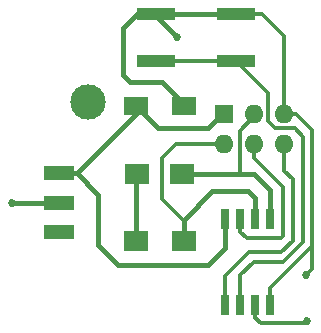
<source format=gtl>
G04 #@! TF.FileFunction,Copper,L1,Top,Signal*
%FSLAX46Y46*%
G04 Gerber Fmt 4.6, Leading zero omitted, Abs format (unit mm)*
G04 Created by KiCad (PCBNEW 4.0.7) date 01/30/18 20:10:09*
%MOMM*%
%LPD*%
G01*
G04 APERTURE LIST*
%ADD10C,0.100000*%
%ADD11O,1.600000X1.600000*%
%ADD12R,1.600000X1.600000*%
%ADD13R,3.200000X1.000000*%
%ADD14R,2.500000X1.200000*%
%ADD15R,0.650000X1.700000*%
%ADD16R,2.000000X1.800860*%
%ADD17C,3.000000*%
%ADD18R,2.000000X1.600000*%
%ADD19R,2.000000X1.700000*%
%ADD20C,0.685800*%
%ADD21C,0.406400*%
%ADD22C,0.304800*%
G04 APERTURE END LIST*
D10*
D11*
X211820000Y-88250000D03*
D12*
X211820000Y-85710000D03*
D11*
X214360000Y-88250000D03*
X214360000Y-85710000D03*
X216900000Y-88250000D03*
X216900000Y-85710000D03*
D13*
X206020000Y-77250000D03*
X206020000Y-81250000D03*
X212820000Y-81250000D03*
X212820000Y-77250000D03*
D14*
X197820000Y-90750000D03*
X197820000Y-93290000D03*
X197820000Y-95750000D03*
D15*
X211915000Y-101900000D03*
X213185000Y-101900000D03*
X214455000Y-101900000D03*
X215725000Y-101900000D03*
X215725000Y-94600000D03*
X214455000Y-94600000D03*
X213185000Y-94600000D03*
X211915000Y-94600000D03*
D16*
X208280000Y-90805000D03*
X204470000Y-90805000D03*
D17*
X200320000Y-84750000D03*
D18*
X208375000Y-85090000D03*
X204375000Y-85090000D03*
D19*
X204375000Y-96520000D03*
X208375000Y-96520000D03*
D20*
X207820000Y-79250000D03*
X218720000Y-99350000D03*
X193820000Y-93250000D03*
X218820000Y-103250000D03*
D21*
X207820000Y-79250000D02*
X206020000Y-77450000D01*
X206020000Y-77450000D02*
X206020000Y-77250000D01*
D22*
X219220000Y-98850000D02*
X219220000Y-96950000D01*
X218720000Y-99350000D02*
X219220000Y-98850000D01*
D21*
X208375000Y-85090000D02*
X208375000Y-84905000D01*
X208375000Y-84905000D02*
X206520000Y-83050000D01*
X206520000Y-83050000D02*
X203820000Y-83050000D01*
X203820000Y-83050000D02*
X203220000Y-82450000D01*
X203220000Y-82450000D02*
X203220000Y-78450000D01*
X203220000Y-78450000D02*
X204420000Y-77250000D01*
X204420000Y-77250000D02*
X206020000Y-77250000D01*
D22*
X216900000Y-85710000D02*
X216900000Y-79130000D01*
X215020000Y-77250000D02*
X212820000Y-77250000D01*
X216900000Y-79130000D02*
X215020000Y-77250000D01*
X215725000Y-101900000D02*
X215725000Y-100445000D01*
X217880000Y-85710000D02*
X216900000Y-85710000D01*
X219220000Y-87050000D02*
X217880000Y-85710000D01*
X219220000Y-96950000D02*
X219220000Y-87050000D01*
X215725000Y-100445000D02*
X219220000Y-96950000D01*
D21*
X212820000Y-77250000D02*
X206020000Y-77250000D01*
X215725000Y-101900000D02*
X215725000Y-101345000D01*
X211915000Y-94600000D02*
X211915000Y-97055000D01*
X201120000Y-92550000D02*
X199320000Y-90750000D01*
X201120000Y-96850000D02*
X201120000Y-92550000D01*
X202820000Y-98550000D02*
X201120000Y-96850000D01*
X210420000Y-98550000D02*
X202820000Y-98550000D01*
X211915000Y-97055000D02*
X210420000Y-98550000D01*
X211820000Y-85710000D02*
X211660000Y-85710000D01*
X211660000Y-85710000D02*
X210420000Y-86950000D01*
X210420000Y-86950000D02*
X206235000Y-86950000D01*
X206235000Y-86950000D02*
X204375000Y-85090000D01*
X197820000Y-90750000D02*
X199320000Y-90750000D01*
X199320000Y-90750000D02*
X204375000Y-85695000D01*
X204375000Y-85695000D02*
X204375000Y-85090000D01*
X193860000Y-93290000D02*
X197820000Y-93290000D01*
X193820000Y-93250000D02*
X193860000Y-93290000D01*
X204375000Y-96520000D02*
X204375000Y-90900000D01*
X204375000Y-90900000D02*
X204470000Y-90805000D01*
D22*
X211915000Y-101900000D02*
X211915000Y-99455000D01*
X216900000Y-90530000D02*
X216900000Y-88250000D01*
X217620000Y-91250000D02*
X216900000Y-90530000D01*
X217620000Y-96450000D02*
X217620000Y-91250000D01*
X216620000Y-97450000D02*
X217620000Y-96450000D01*
X213920000Y-97450000D02*
X216620000Y-97450000D01*
X211915000Y-99455000D02*
X213920000Y-97450000D01*
X212820000Y-81250000D02*
X206020000Y-81250000D01*
X213185000Y-101900000D02*
X213185000Y-99385000D01*
X215520000Y-83950000D02*
X212820000Y-81250000D01*
X215520000Y-86350000D02*
X215520000Y-83950000D01*
X216120000Y-86950000D02*
X215520000Y-86350000D01*
X217820000Y-86950000D02*
X216120000Y-86950000D01*
X218520000Y-87650000D02*
X217820000Y-86950000D01*
X218520000Y-96550000D02*
X218520000Y-87650000D01*
X216820000Y-98250000D02*
X218520000Y-96550000D01*
X214320000Y-98250000D02*
X216820000Y-98250000D01*
X213185000Y-99385000D02*
X214320000Y-98250000D01*
X218820000Y-103250000D02*
X218620000Y-103450000D01*
X218620000Y-103450000D02*
X214920000Y-103450000D01*
X214920000Y-103450000D02*
X214455000Y-102985000D01*
X214455000Y-102985000D02*
X214455000Y-101900000D01*
X214360000Y-85710000D02*
X214360000Y-85910000D01*
X214360000Y-85910000D02*
X213120000Y-87150000D01*
X213120000Y-87150000D02*
X213120000Y-90805000D01*
D21*
X208280000Y-90805000D02*
X213120000Y-90805000D01*
X213120000Y-90805000D02*
X214375000Y-90805000D01*
X215725000Y-92155000D02*
X215725000Y-94600000D01*
X214375000Y-90805000D02*
X215725000Y-92155000D01*
D22*
X208375000Y-96520000D02*
X208375000Y-94805000D01*
X207720000Y-88250000D02*
X211820000Y-88250000D01*
X206520000Y-89450000D02*
X207720000Y-88250000D01*
X206520000Y-92950000D02*
X206520000Y-89450000D01*
X208375000Y-94805000D02*
X206520000Y-92950000D01*
D21*
X214455000Y-94600000D02*
X214455000Y-92885000D01*
X208375000Y-94695000D02*
X208375000Y-96520000D01*
X210820000Y-92250000D02*
X208375000Y-94695000D01*
X213820000Y-92250000D02*
X210820000Y-92250000D01*
X214455000Y-92885000D02*
X213820000Y-92250000D01*
D22*
X213185000Y-94600000D02*
X213185000Y-95715000D01*
X214360000Y-89490000D02*
X214360000Y-88250000D01*
X216820000Y-91950000D02*
X214360000Y-89490000D01*
X216820000Y-96050000D02*
X216820000Y-91950000D01*
X216620000Y-96250000D02*
X216820000Y-96050000D01*
X213720000Y-96250000D02*
X216620000Y-96250000D01*
X213185000Y-95715000D02*
X213720000Y-96250000D01*
M02*

</source>
